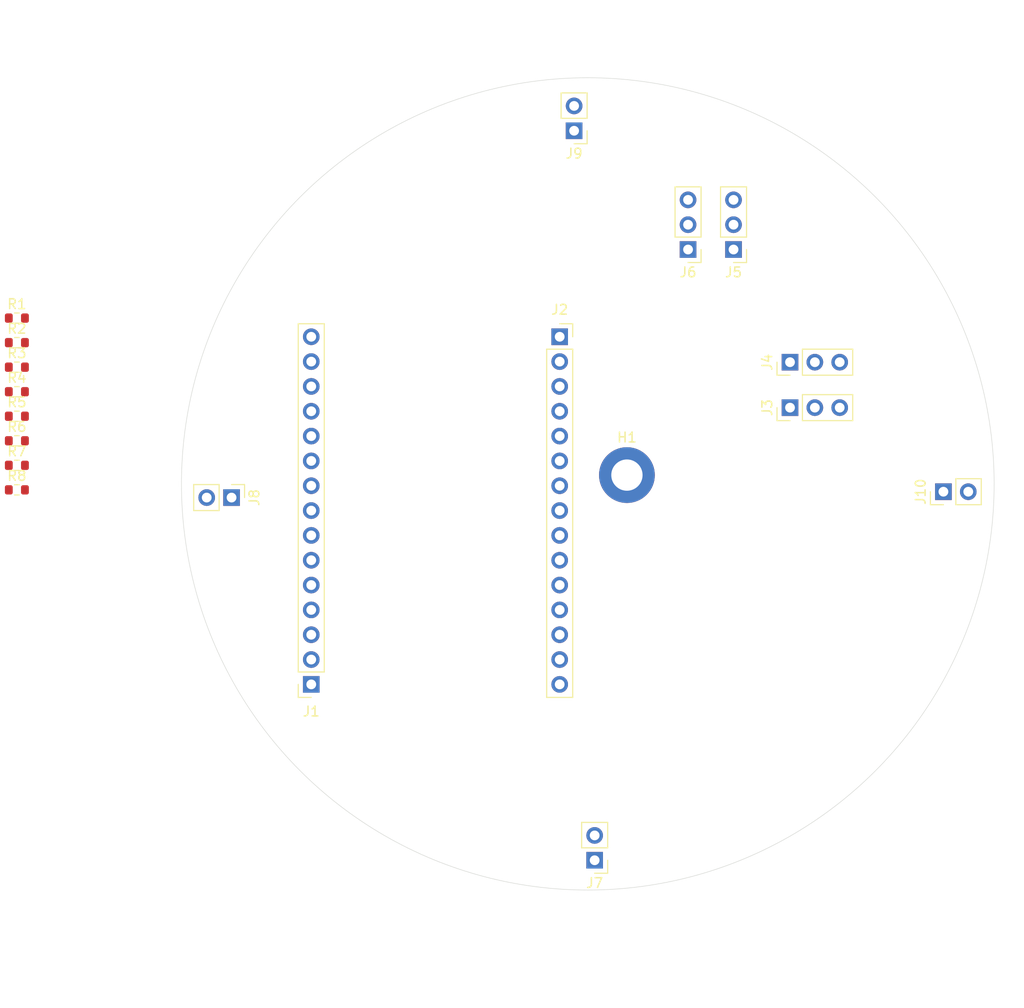
<source format=kicad_pcb>
(kicad_pcb (version 20240108) (generator "pcbnew") (generator_version "8.0")
  (layers (0 "F.Cu" signal) (31 "B.Cu" signal) (34 "B.Paste" user) (35 "F.Paste" user) (36 "B.SilkS" user "B.Silkscreen") (37 "F.SilkS" user "F.Silkscreen") (38 "B.Mask" user) (39 "F.Mask" user) (44 "Edge.Cuts" user))
  (net 0 "")
  (net 1 "/D13{slash}Sense90deg")
  (net 2 "/VP")
  (net 3 "/EN")
  (net 4 "/D34{slash}S1")
  (net 5 "/D12{slash}Sense0deg")
  (net 6 "/BAT_READ")
  (net 7 "/D35{slash}S2")
  (net 8 "GND")
  (net 9 "/VN")
  (net 10 "+5V")
  (net 11 "/PANEL_READ")
  (net 12 "/D32")
  (net 13 "/D33")
  (net 14 "/D25{slash}S3")
  (net 15 "/D26{slash}S4")
  (net 16 "/D19")
  (net 17 "/D18")
  (net 18 "/D4")
  (net 19 "/3V3")
  (net 20 "/PANEL_EN_READ")
  (net 21 "/D2{slash}Sense180deg")
  (net 22 "/BAT_EN_READ")
  (net 23 "/D15{slash}Sense270deg")
  (net 24 "/D23")
  (net 25 "/SCL")
  (net 26 "/SDA")
  (net 27 "/D5")
  (net 28 "/TX")
  (net 29 "/RX")
  (net 30 "Net-(Q1-S2)")
  (net 31 "Net-(Q1-G2)")
  (net 32 "Net-(Q2-S2)")
  (net 33 "Net-(Q2-G2)")
  (footprint "Connector_PinHeader_2.54mm:PinHeader_1x02_P2.54mm_Vertical" (layer "F.Cu") (at 95.975 67.9 -90)
    (property "Reference" "J8" (at 0 -2.33 90) (layer "F.SilkS"))
    (property "Value" "Conn_01x02_Pin")
    (fp_line (start -1.33 3.87) (end 1.33 3.87) (stroke (width 0.12)) (layer "F.SilkS"))
    (fp_line (start -1.33 1.270001) (end -1.33 3.87) (stroke (width 0.12)) (layer "F.SilkS"))
    (fp_line (start -1.33 1.270001) (end 1.33 1.270001) (stroke (width 0.12)) (layer "F.SilkS"))
    (fp_line (start 1.33 1.270001) (end 1.33 3.87) (stroke (width 0.12)) (layer "F.SilkS"))
    (fp_line (start -1.33 0) (end -1.33 -1.33) (stroke (width 0.12)) (layer "F.SilkS"))
    (fp_line (start -1.33 -1.33) (end 0 -1.33) (stroke (width 0.12)) (layer "F.SilkS"))
    (pad "1" thru_hole rect (at 0 0 270) (size 1.7 1.7) (drill 1) (layers "*.Cu" "*.Mask") (net 1 "/D13{slash}Sense90deg"))
    (pad "2" thru_hole oval (at 0 2.54 270) (size 1.7 1.7) (drill 1) (layers "*.Cu" "*.Mask") (net 8 "GND"))
  )
  (footprint "Connector_PinHeader_2.54mm:PinHeader_1x02_P2.54mm_Vertical" (layer "F.Cu") (at 168.76 67.3 90)
    (property "Reference" "J10" (at 0 -2.33 270) (layer "F.SilkS"))
    (property "Value" "Conn_01x02_Pin")
    (fp_line (start -1.33 -1.33) (end 0 -1.33) (stroke (width 0.12)) (layer "F.SilkS"))
    (fp_line (start -1.33 0) (end -1.33 -1.33) (stroke (width 0.12)) (layer "F.SilkS"))
    (fp_line (start 1.33 1.270001) (end 1.33 3.87) (stroke (width 0.12)) (layer "F.SilkS"))
    (fp_line (start -1.33 1.270001) (end 1.33 1.270001) (stroke (width 0.12)) (layer "F.SilkS"))
    (fp_line (start -1.33 1.270001) (end -1.33 3.87) (stroke (width 0.12)) (layer "F.SilkS"))
    (fp_line (start -1.33 3.87) (end 1.33 3.87) (stroke (width 0.12)) (layer "F.SilkS"))
    (pad "1" thru_hole rect (at 0 0 90) (size 1.7 1.7) (drill 1) (layers "*.Cu" "*.Mask") (net 23 "/D15{slash}Sense270deg"))
    (pad "2" thru_hole oval (at 0 2.54 90) (size 1.7 1.7) (drill 1) (layers "*.Cu" "*.Mask") (net 8 "GND"))
  )
  (footprint "Connector_PinHeader_2.54mm:PinHeader_1x03_P2.54mm_Vertical" (layer "F.Cu") (at 147.3 42.525001 180)
    (property "Reference" "J5" (at 0 -2.33 180) (layer "F.SilkS"))
    (property "Value" "Conn_01x03_Pin")
    (fp_line (start 1.33 1.270001) (end 1.33 6.409999) (stroke (width 0.12)) (layer "F.SilkS"))
    (fp_line (start -1.33 6.409999) (end 1.33 6.409999) (stroke (width 0.12)) (layer "F.SilkS"))
    (fp_line (start -1.33 1.270001) (end 1.33 1.270001) (stroke (width 0.12)) (layer "F.SilkS"))
    (fp_line (start -1.33 1.270001) (end -1.33 6.409999) (stroke (width 0.12)) (layer "F.SilkS"))
    (fp_line (start -1.33 0) (end -1.33 -1.33) (stroke (width 0.12)) (layer "F.SilkS"))
    (fp_line (start -1.33 -1.33) (end 0 -1.33) (stroke (width 0.12)) (layer "F.SilkS"))
    (pad "1" thru_hole rect (at 0 0 180) (size 1.7 1.7) (drill 1) (layers "*.Cu" "*.Mask") (net 14 "/D25{slash}S3"))
    (pad "2" thru_hole oval (at 0 2.54 180) (size 1.7 1.7) (drill 1) (layers "*.Cu" "*.Mask") (net 10 "+5V"))
    (pad "3" thru_hole oval (at 0 5.079999 180) (size 1.7 1.7) (drill 1) (layers "*.Cu" "*.Mask") (net 8 "GND"))
  )
  (footprint "Connector_PinHeader_2.54mm:PinHeader_1x02_P2.54mm_Vertical" (layer "F.Cu") (at 131 30.375 180)
    (property "Reference" "J9" (at 0 -2.33 180) (layer "F.SilkS"))
    (property "Value" "Conn_01x02_Pin")
    (fp_line (start 1.33 1.270001) (end 1.33 3.87) (stroke (width 0.12)) (layer "F.SilkS"))
    (fp_line (start -1.33 3.87) (end 1.33 3.87) (stroke (width 0.12)) (layer "F.SilkS"))
    (fp_line (start -1.33 1.270001) (end 1.33 1.270001) (stroke (width 0.12)) (layer "F.SilkS"))
    (fp_line (start -1.33 1.270001) (end -1.33 3.87) (stroke (width 0.12)) (layer "F.SilkS"))
    (fp_line (start -1.33 0) (end -1.33 -1.33) (stroke (width 0.12)) (layer "F.SilkS"))
    (fp_line (start -1.33 -1.33) (end 0 -1.33) (stroke (width 0.12)) (layer "F.SilkS"))
    (pad "1" thru_hole rect (at 0 0 180) (size 1.7 1.7) (drill 1) (layers "*.Cu" "*.Mask") (net 21 "/D2{slash}Sense180deg"))
    (pad "2" thru_hole oval (at 0 2.54 180) (size 1.7 1.7) (drill 1) (layers "*.Cu" "*.Mask") (net 8 "GND"))
  )
  (footprint "Resistor_SMD:R_0603_1608Metric" (layer "F.Cu") (at 74.025 62.09)
    (property "Reference" "R6" (at 0 -1.43 0) (layer "F.SilkS"))
    (property "Value" "1K")
    (fp_line (start -0.237258 -0.5225) (end 0.237258 -0.5225) (stroke (width 0.12)) (layer "F.SilkS"))
    (fp_line (start -0.237258 0.5225) (end 0.237258 0.5225) (stroke (width 0.12)) (layer "F.SilkS"))
    (pad "1" smd roundrect (at -0.825 0) (size 0.8 0.95) (layers "F.Cu" "F.Paste" "F.Mask") (net 8 "GND"))
    (pad "2" smd roundrect (at 0.825 0) (size 0.8 0.95) (layers "F.Cu" "F.Paste" "F.Mask") (net 11 "/PANEL_READ"))
  )
  (footprint "Connector_PinHeader_2.54mm:PinHeader_1x03_P2.54mm_Vertical" (layer "F.Cu") (at 153.075 54.05 90)
    (property "Reference" "J4" (at 0 -2.33 270) (layer "F.SilkS"))
    (property "Value" "Conn_01x03_Pin")
    (fp_line (start -1.33 -1.33) (end 0 -1.33) (stroke (width 0.12)) (layer "F.SilkS"))
    (fp_line (start -1.33 0) (end -1.33 -1.33) (stroke (width 0.12)) (layer "F.SilkS"))
    (fp_line (start 1.33 1.270001) (end 1.33 6.409999) (stroke (width 0.12)) (layer "F.SilkS"))
    (fp_line (start -1.33 1.270001) (end 1.33 1.270001) (stroke (width 0.12)) (layer "F.SilkS"))
    (fp_line (start -1.33 1.270001) (end -1.33 6.409999) (stroke (width 0.12)) (layer "F.SilkS"))
    (fp_line (start -1.33 6.409999) (end 1.33 6.409999) (stroke (width 0.12)) (layer "F.SilkS"))
    (pad "1" thru_hole rect (at 0 0 90) (size 1.7 1.7) (drill 1) (layers "*.Cu" "*.Mask") (net 7 "/D35{slash}S2"))
    (pad "2" thru_hole oval (at 0 2.54 90) (size 1.7 1.7) (drill 1) (layers "*.Cu" "*.Mask") (net 10 "+5V"))
    (pad "3" thru_hole oval (at 0 5.079999 90) (size 1.7 1.7) (drill 1) (layers "*.Cu" "*.Mask") (net 8 "GND"))
  )
  (footprint "Connector_PinHeader_2.54mm:PinHeader_1x02_P2.54mm_Vertical" (layer "F.Cu") (at 133.1 105 180)
    (property "Reference" "J7" (at 0 -2.33 180) (layer "F.SilkS"))
    (property "Value" "Conn_01x02_Pin")
    (fp_line (start 1.33 1.270001) (end 1.33 3.87) (stroke (width 0.12)) (layer "F.SilkS"))
    (fp_line (start -1.33 3.87) (end 1.33 3.87) (stroke (width 0.12)) (layer "F.SilkS"))
    (fp_line (start -1.33 1.270001) (end 1.33 1.270001) (stroke (width 0.12)) (layer "F.SilkS"))
    (fp_line (start -1.33 1.270001) (end -1.33 3.87) (stroke (width 0.12)) (layer "F.SilkS"))
    (fp_line (start -1.33 0) (end -1.33 -1.33) (stroke (width 0.12)) (layer "F.SilkS"))
    (fp_line (start -1.33 -1.33) (end 0 -1.33) (stroke (width 0.12)) (layer "F.SilkS"))
    (pad "1" thru_hole rect (at 0 0 180) (size 1.7 1.7) (drill 1) (layers "*.Cu" "*.Mask") (net 5 "/D12{slash}Sense0deg"))
    (pad "2" thru_hole oval (at 0 2.54 180) (size 1.7 1.7) (drill 1) (layers "*.Cu" "*.Mask") (net 8 "GND"))
  )
  (footprint "Connector_PinSocket_2.54mm:PinSocket_1x15_P2.54mm_Vertical" (layer "F.Cu") (at 129.525 51.45)
    (property "Reference" "J2" (at 0 -2.77 0) (layer "F.SilkS"))
    (property "Value" "Conn_01x15_Socket")
    (fp_line (start -1.33 1.27) (end -1.33 36.89) (stroke (width 0.12)) (layer "F.SilkS"))
    (fp_line (start -1.33 1.27) (end 1.33 1.27) (stroke (width 0.12)) (layer "F.SilkS"))
    (fp_line (start -1.33 36.89) (end 1.33 36.89) (stroke (width 0.12)) (layer "F.SilkS"))
    (fp_line (start 0 -1.33) (end 1.33 -1.33) (stroke (width 0.12)) (layer "F.SilkS"))
    (fp_line (start 1.33 -1.33) (end 1.33 0) (stroke (width 0.12)) (layer "F.SilkS"))
    (fp_line (start 1.33 1.27) (end 1.33 36.89) (stroke (width 0.12)) (layer "F.SilkS"))
    (pad "1" thru_hole rect (at 0 0) (size 1.7 1.7) (drill 1) (layers "*.Cu" "*.Mask") (net 19 "/3V3"))
    (pad "2" thru_hole oval (at 0 2.54) (size 1.7 1.7) (drill 1) (layers "*.Cu" "*.Mask") (net 8 "GND"))
    (pad "3" thru_hole oval (at 0 5.08) (size 1.7 1.7) (drill 1) (layers "*.Cu" "*.Mask") (net 23 "/D15{slash}Sense270deg"))
    (pad "4" thru_hole oval (at 0 7.62) (size 1.7 1.7) (drill 1) (layers "*.Cu" "*.Mask") (net 21 "/D2{slash}Sense180deg"))
    (pad "5" thru_hole oval (at 0 10.16) (size 1.7 1.7) (drill 1) (layers "*.Cu" "*.Mask") (net 18 "/D4"))
    (pad "6" thru_hole oval (at 0 12.7) (size 1.7 1.7) (drill 1) (layers "*.Cu" "*.Mask") (net 20 "/PANEL_EN_READ"))
    (pad "7" thru_hole oval (at 0 15.24) (size 1.7 1.7) (drill 1) (layers "*.Cu" "*.Mask") (net 22 "/BAT_EN_READ"))
    (pad "8" thru_hole oval (at 0 17.78) (size 1.7 1.7) (drill 1) (layers "*.Cu" "*.Mask") (net 27 "/D5"))
    (pad "9" thru_hole oval (at 0 20.32) (size 1.7 1.7) (drill 1) (layers "*.Cu" "*.Mask") (net 17 "/D18"))
    (pad "10" thru_hole oval (at 0 22.86) (size 1.7 1.7) (drill 1) (layers "*.Cu" "*.Mask") (net 16 "/D19"))
    (pad "11" thru_hole oval (at 0 25.4) (size 1.7 1.7) (drill 1) (layers "*.Cu" "*.Mask") (net 26 "/SDA"))
    (pad "12" thru_hole oval (at 0 27.94) (size 1.7 1.7) (drill 1) (layers "*.Cu" "*.Mask") (net 29 "/RX"))
    (pad "13" thru_hole oval (at 0 30.48) (size 1.7 1.7) (drill 1) (layers "*.Cu" "*.Mask") (net 28 "/TX"))
    (pad "14" thru_hole oval (at 0 33.02) (size 1.7 1.7) (drill 1) (layers "*.Cu" "*.Mask") (net 25 "/SCL"))
    (pad "15" thru_hole oval (at 0 35.56) (size 1.7 1.7) (drill 1) (layers "*.Cu" "*.Mask") (net 24 "/D23"))
  )
  (footprint "Connector_PinHeader_2.54mm:PinHeader_1x03_P2.54mm_Vertical" (layer "F.Cu") (at 153.075 58.7 90)
    (property "Reference" "J3" (at 0 -2.33 270) (layer "F.SilkS"))
    (property "Value" "Conn_01x03_Pin")
    (fp_line (start -1.33 -1.33) (end 0 -1.33) (stroke (width 0.12)) (layer "F.SilkS"))
    (fp_line (start -1.33 0) (end -1.33 -1.33) (stroke (width 0.12)) (layer "F.SilkS"))
    (fp_line (start 1.33 1.270001) (end 1.33 6.409999) (stroke (width 0.12)) (layer "F.SilkS"))
    (fp_line (start -1.33 1.270001) (end 1.33 1.270001) (stroke (width 0.12)) (layer "F.SilkS"))
    (fp_line (start -1.33 1.270001) (end -1.33 6.409999) (stroke (width 0.12)) (layer "F.SilkS"))
    (fp_line (start -1.33 6.409999) (end 1.33 6.409999) (stroke (width 0.12)) (layer "F.SilkS"))
    (pad "1" thru_hole rect (at 0 0 90) (size 1.7 1.7) (drill 1) (layers "*.Cu" "*.Mask") (net 4 "/D34{slash}S1"))
    (pad "2" thru_hole oval (at 0 2.54 90) (size 1.7 1.7) (drill 1) (layers "*.Cu" "*.Mask") (net 10 "+5V"))
    (pad "3" thru_hole oval (at 0 5.079999 90) (size 1.7 1.7) (drill 1) (layers "*.Cu" "*.Mask") (net 8 "GND"))
  )
  (footprint "Connector_PinHeader_2.54mm:PinHeader_1x03_P2.54mm_Vertical" (layer "F.Cu") (at 142.65 42.525 180)
    (property "Reference" "J6" (at 0 -2.33 180) (layer "F.SilkS"))
    (property "Value" "Conn_01x03_Pin")
    (fp_line (start 1.33 1.270001) (end 1.33 6.409999) (stroke (width 0.12)) (layer "F.SilkS"))
    (fp_line (start -1.33 6.409999) (end 1.33 6.409999) (stroke (width 0.12)) (layer "F.SilkS"))
    (fp_line (start -1.33 1.270001) (end 1.33 1.270001) (stroke (width 0.12)) (layer "F.SilkS"))
    (fp_line (start -1.33 1.270001) (end -1.33 6.409999) (stroke (width 0.12)) (layer "F.SilkS"))
    (fp_line (start -1.33 0) (end -1.33 -1.33) (stroke (width 0.12)) (layer "F.SilkS"))
    (fp_line (start -1.33 -1.33) (end 0 -1.33) (stroke (width 0.12)) (layer "F.SilkS"))
    (pad "1" thru_hole rect (at 0 0 180) (size 1.7 1.7) (drill 1) (layers "*.Cu" "*.Mask") (net 15 "/D26{slash}S4"))
    (pad "2" thru_hole oval (at 0 2.54 180) (size 1.7 1.7) (drill 1) (layers "*.Cu" "*.Mask") (net 10 "+5V"))
    (pad "3" thru_hole oval (at 0 5.079999 180) (size 1.7 1.7) (drill 1) (layers "*.Cu" "*.Mask") (net 8 "GND"))
  )
  (footprint "Resistor_SMD:R_0603_1608Metric" (layer "F.Cu") (at 74.025 54.56)
    (property "Reference" "R3" (at 0 -1.43 0) (layer "F.SilkS"))
    (property "Value" "10K")
    (fp_line (start -0.237258 -0.5225) (end 0.237258 -0.5225) (stroke (width 0.12)) (layer "F.SilkS"))
    (fp_line (start -0.237258 0.5225) (end 0.237258 0.5225) (stroke (width 0.12)) (layer "F.SilkS"))
    (pad "1" smd roundrect (at -0.825 0) (size 0.8 0.95) (layers "F.Cu" "F.Paste" "F.Mask") (net 8 "GND"))
    (pad "2" smd roundrect (at 0.825 0) (size 0.8 0.95) (layers "F.Cu" "F.Paste" "F.Mask") (net 6 "/BAT_READ"))
  )
  (footprint "Resistor_SMD:R_0603_1608Metric" (layer "F.Cu") (at 74.025 64.6)
    (property "Reference" "R7" (at 0 -1.43 0) (layer "F.SilkS"))
    (property "Value" "10K")
    (fp_line (start -0.237258 -0.5225) (end 0.237258 -0.5225) (stroke (width 0.12)) (layer "F.SilkS"))
    (fp_line (start -0.237258 0.5225) (end 0.237258 0.5225) (stroke (width 0.12)) (layer "F.SilkS"))
    (pad "1" smd roundrect (at -0.825 0) (size 0.8 0.95) (layers "F.Cu" "F.Paste" "F.Mask") (net 11 "/PANEL_READ"))
    (pad "2" smd roundrect (at 0.825 0) (size 0.8 0.95) (layers "F.Cu" "F.Paste" "F.Mask") (net 32 "Net-(Q2-S2)"))
  )
  (footprint "Resistor_SMD:R_0603_1608Metric" (layer "F.Cu") (at 74.025 59.58)
    (property "Reference" "R5" (at 0 -1.43 0) (layer "F.SilkS"))
    (property "Value" "10K")
    (fp_line (start -0.237258 -0.5225) (end 0.237258 -0.5225) (stroke (width 0.12)) (layer "F.SilkS"))
    (fp_line (start -0.237258 0.5225) (end 0.237258 0.5225) (stroke (width 0.12)) (layer "F.SilkS"))
    (pad "1" smd roundrect (at -0.825 0) (size 0.8 0.95) (layers "F.Cu" "F.Paste" "F.Mask") (net 20 "/PANEL_EN_READ"))
    (pad "2" smd roundrect (at 0.825 0) (size 0.8 0.95) (layers "F.Cu" "F.Paste" "F.Mask") (net 8 "GND"))
  )
  (footprint "Resistor_SMD:R_0603_1608Metric" (layer "F.Cu") (at 74.025 49.54)
    (property "Reference" "R1" (at 0 -1.43 0) (layer "F.SilkS"))
    (property "Value" "10K")
    (fp_line (start -0.237258 -0.5225) (end 0.237258 -0.5225) (stroke (width 0.12)) (layer "F.SilkS"))
    (fp_line (start -0.237258 0.5225) (end 0.237258 0.5225) (stroke (width 0.12)) (layer "F.SilkS"))
    (pad "1" smd roundrect (at -0.825 0) (size 0.8 0.95) (layers "F.Cu" "F.Paste" "F.Mask") (net 22 "/BAT_EN_READ"))
    (pad "2" smd roundrect (at 0.825 0) (size 0.8 0.95) (layers "F.Cu" "F.Paste" "F.Mask") (net 8 "GND"))
  )
  (footprint "MountingHole:MountingHole_3.2mm_M3_ISO7380_Pad" (layer "F.Cu") (at 136.4 65.6)
    (property "Reference" "H1" (at 0 -3.85 0) (layer "F.SilkS"))
    (property "Value" "MountingHole_Pad")
    (pad "1" thru_hole circle (at 0 0) (size 5.7 5.7) (drill 3.2) (layers "*.Cu" "*.Mask") (net 8 "GND"))
  )
  (footprint "Resistor_SMD:R_0603_1608Metric" (layer "F.Cu") (at 74.025 52.05)
    (property "Reference" "R2" (at 0 -1.43 0) (layer "F.SilkS"))
    (property "Value" "10K")
    (fp_line (start -0.237258 -0.5225) (end 0.237258 -0.5225) (stroke (width 0.12)) (layer "F.SilkS"))
    (fp_line (start -0.237258 0.5225) (end 0.237258 0.5225) (stroke (width 0.12)) (layer "F.SilkS"))
    (pad "1" smd roundrect (at -0.825 0) (size 0.8 0.95) (layers "F.Cu" "F.Paste" "F.Mask") (net 30 "Net-(Q1-S2)"))
    (pad "2" smd roundrect (at 0.825 0) (size 0.8 0.95) (layers "F.Cu" "F.Paste" "F.Mask") (net 31 "Net-(Q1-G2)"))
  )
  (footprint "Connector_PinSocket_2.54mm:PinSocket_1x15_P2.54mm_Vertical" (layer "F.Cu") (at 104.125 87.01 180)
    (property "Reference" "J1" (at 0 -2.77 180) (layer "F.SilkS"))
    (property "Value" "Conn_01x15_Socket")
    (fp_line (start 1.33 1.270001) (end 1.33 36.89) (stroke (width 0.12)) (layer "F.SilkS"))
    (fp_line (start 1.33 -1.33) (end 1.33 0) (stroke (width 0.12)) (layer "F.SilkS"))
    (fp_line (start 0 -1.33) (end 1.33 -1.33) (stroke (width 0.12)) (layer "F.SilkS"))
    (fp_line (start -1.33 36.89) (end 1.33 36.89) (stroke (width 0.12)) (layer "F.SilkS"))
    (fp_line (start -1.33 1.270001) (end 1.33 1.270001) (stroke (width 0.12)) (layer "F.SilkS"))
    (fp_line (start -1.33 1.270001) (end -1.33 36.89) (stroke (width 0.12)) (layer "F.SilkS"))
    (pad "1" thru_hole rect (at 0 0 180) (size 1.7 1.7) (drill 1) (layers "*.Cu" "*.Mask") (net 3 "/EN"))
    (pad "2" thru_hole oval (at 0 2.54 180) (size 1.7 1.7) (drill 1) (layers "*.Cu" "*.Mask") (net 2 "/VP"))
    (pad "3" thru_hole oval (at 0 5.079999 180) (size 1.7 1.7) (drill 1) (layers "*.Cu" "*.Mask") (net 9 "/VN"))
    (pad "4" thru_hole oval (at 0 7.62 180) (size 1.7 1.7) (drill 1) (layers "*.Cu" "*.Mask") (net 4 "/D34{slash}S1"))
    (pad "5" thru_hole oval (at 0 10.16 180) (size 1.7 1.7) (drill 1) (layers "*.Cu" "*.Mask") (net 7 "/D35{slash}S2"))
    (pad "6" thru_hole oval (at 0 12.7 180) (size 1.7 1.7) (drill 1) (layers "*.Cu" "*.Mask") (net 12 "/D32"))
    (pad "7" thru_hole oval (at 0 15.24 180) (size 1.7 1.7) (drill 1) (layers "*.Cu" "*.Mask") (net 13 "/D33"))
    (pad "8" thru_hole oval (at 0 17.780001 180) (size 1.7 1.7) (drill 1) (layers "*.Cu" "*.Mask") (net 14 "/D25{slash}S3"))
    (pad "9" thru_hole oval (at 0 20.32 180) (size 1.7 1.7) (drill 1) (layers "*.Cu" "*.Mask") (net 15 "/D26{slash}S4"))
    (pad "10" thru_hole oval (at 0 22.86 180) (size 1.7 1.7) (drill 1) (layers "*.Cu" "*.Mask") (net 6 "/BAT_READ"))
    (pad "11" thru_hole oval (at 0 25.4 180) (size 1.7 1.7) (drill 1) (layers "*.Cu" "*.Mask") (net 11 "/PANEL_READ"))
    (pad "12" thru_hole oval (at 0 27.939999 180) (size 1.7 1.7) (drill 1) (layers "*.Cu" "*.Mask") (net 5 "/D12{slash}Sense0deg"))
    (pad "13" thru_hole oval (at 0 30.48 180) (size 1.7 1.7) (drill 1) (layers "*.Cu" "*.Mask") (net 1 "/D13{slash}Sense90deg"))
    (pad "14" thru_hole oval (at 0 33.02 180) (size 1.7 1.7) (drill 1) (layers "*.Cu" "*.Mask") (net 8 "GND"))
    (pad "15" thru_hole oval (at 0 35.56 180) (size 1.7 1.7) (drill 1) (layers "*.Cu" "*.Mask") (net 10 "+5V"))
  )
  (footprint "Resistor_SMD:R_0603_1608Metric" (layer "F.Cu") (at 74.025 57.07)
    (property "Reference" "R4" (at 0 -1.43 0) (layer "F.SilkS"))
    (property "Value" "20K")
    (fp_line (start -0.237258 -0.5225) (end 0.237258 -0.5225) (stroke (width 0.12)) (layer "F.SilkS"))
    (fp_line (start -0.237258 0.5225) (end 0.237258 0.5225) (stroke (width 0.12)) (layer "F.SilkS"))
    (pad "1" smd roundrect (at -0.825 0) (size 0.8 0.95) (layers "F.Cu" "F.Paste" "F.Mask") (net 6 "/BAT_READ"))
    (pad "2" smd roundrect (at 0.825 0) (size 0.8 0.95) (layers "F.Cu" "F.Paste" "F.Mask") (net 30 "Net-(Q1-S2)"))
  )
  (footprint "Resistor_SMD:R_0603_1608Metric" (layer "F.Cu") (at 74.025 67.11)
    (property "Reference" "R8" (at 0 -1.43 0) (layer "F.SilkS"))
    (property "Value" "10K")
    (fp_line (start -0.237258 -0.5225) (end 0.237258 -0.5225) (stroke (width 0.12)) (layer "F.SilkS"))
    (fp_line (start -0.237258 0.5225) (end 0.237258 0.5225) (stroke (width 0.12)) (layer "F.SilkS"))
    (pad "1" smd roundrect (at -0.825 0) (size 0.8 0.95) (layers "F.Cu" "F.Paste" "F.Mask") (net 32 "Net-(Q2-S2)"))
    (pad "2" smd roundrect (at 0.825 0) (size 0.8 0.95) (layers "F.Cu" "F.Paste" "F.Mask") (net 33 "Net-(Q2-G2)"))
  )
  (gr_circle (center 132.4 66.5) (end 156.7 100.2) (stroke (width 0.05)) (fill none) (layer "Edge.Cuts"))
)
</source>
